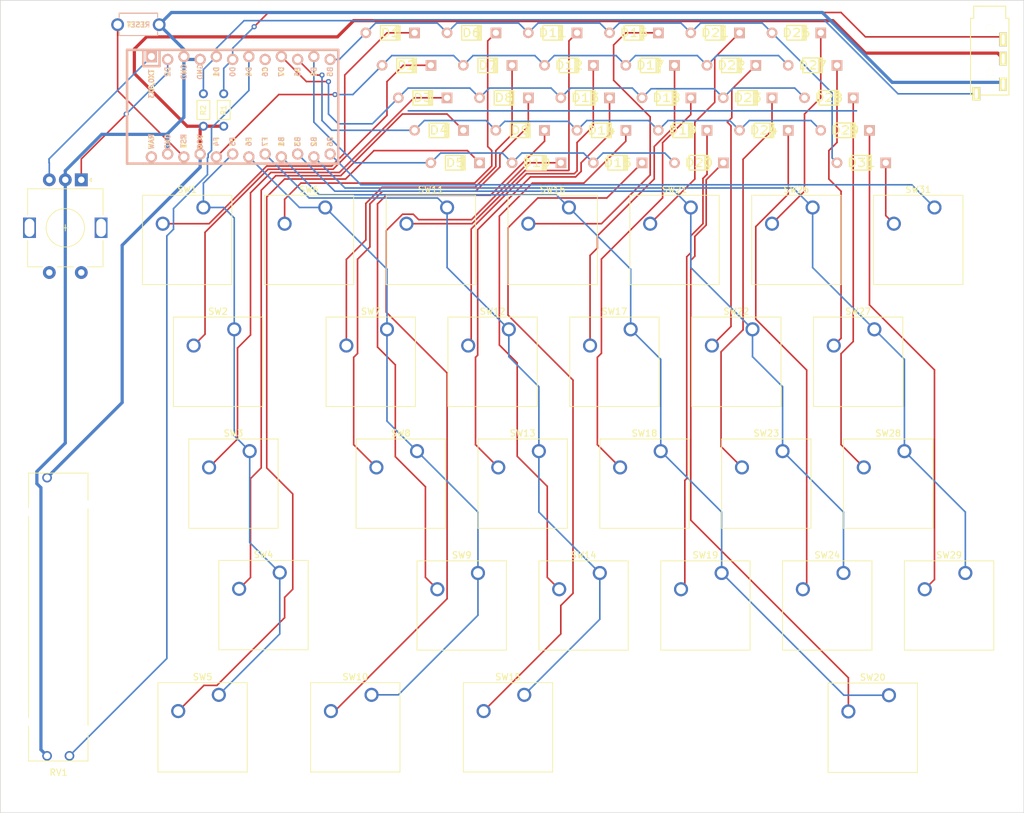
<source format=kicad_pcb>
(kicad_pcb (version 20221018) (generator pcbnew)
  (layers (0 "F.Cu" signal) (31 "B.Cu" signal) (34 "B.Paste" user) (35 "F.Paste" user) (36 "B.SilkS" user "B.Silkscreen") (37 "F.SilkS" user "F.Silkscreen") (38 "B.Mask" user) (39 "F.Mask" user) (44 "Edge.Cuts" user))
  (net 0 "")
  (net 1 "GND")
  (net 2 "slidePot")
  (net 3 "SCL")
  (net 4 "SDA")
  (net 5 "reset")
  (net 6 "encA")
  (net 7 "encB")
  (net 8 "rowC")
  (net 9 "Net-(D3-A)")
  (net 10 "rowD")
  (net 11 "Net-(D4-A)")
  (net 12 "rowE")
  (net 13 "Net-(D5-A)")
  (net 14 "rowA")
  (net 15 "Net-(D6-A)")
  (net 16 "rowB")
  (net 17 "Net-(D7-A)")
  (net 18 "Net-(D8-A)")
  (net 19 "Net-(D9-A)")
  (net 20 "Net-(D10-A)")
  (net 21 "Net-(D11-A)")
  (net 22 "Net-(D12-A)")
  (net 23 "Net-(D13-A)")
  (net 24 "Net-(D14-A)")
  (net 25 "Net-(D15-A)")
  (net 26 "Net-(D16-A)")
  (net 27 "Net-(D17-A)")
  (net 28 "Net-(D18-A)")
  (net 29 "Net-(D19-A)")
  (net 30 "Net-(D20-A)")
  (net 31 "Net-(D21-A)")
  (net 32 "Net-(D22-A)")
  (net 33 "Net-(D23-A)")
  (net 34 "Net-(D24-A)")
  (net 35 "Net-(D26-A)")
  (net 36 "Net-(D27-A)")
  (net 37 "Net-(D28-A)")
  (net 38 "Net-(D29-A)")
  (net 39 "Net-(D31-A)")
  (net 40 "Net-(D1-A)")
  (net 41 "Net-(D2-A)")
  (net 43 "col7")
  (net 44 "col6")
  (net 45 "col5")
  (net 46 "col4")
  (net 47 "col3")
  (net 48 "col2")
  (net 49 "col1")
  (net 51 "VCC")
  (footprint "Library:Diode" (layer "F.Cu") (at 170.434 45.085)
    (fp_text reference "D23")
    (fp_text value "D_Small" hide)
  )
  (footprint "Button_Switch_Keyboard:SW_Cherry_MX_1.00u_PCB" (layer "F.Cu") (at 161.544 62.23)
    (fp_text reference "SW21")
    (fp_text value "KEYSW")
  )
  (footprint "Button_Switch_Keyboard:SW_Cherry_MX_1.25u_PCB" (layer "F.Cu") (at 111.633 138.43)
    (fp_text reference "SW10")
    (fp_text value "KEYSW")
  )
  (footprint "Library:Diode" (layer "F.Cu") (at 183.134 45.085)
    (fp_text reference "D28")
    (fp_text value "D_Small" hide)
  )
  (footprint "Library:Diode" (layer "F.Cu") (at 129.794 40.005)
    (fp_text reference "D7")
    (fp_text value "D_Small" hide)
  )
  (footprint "Library:Diode" (layer "F.Cu") (at 155.194 40.005)
    (fp_text reference "D17")
    (fp_text value "D_Small" hide)
  )
  (footprint "Button_Switch_Keyboard:SW_Cherry_MX_1.00u_PCB" (layer "F.Cu") (at 190.246 81.28)
    (fp_text reference "SW27")
    (fp_text value "KEYSW")
  )
  (footprint "Library:Diode" (layer "F.Cu") (at 167.894 40.005)
    (fp_text reference "D22")
    (fp_text value "D_Small" hide)
  )
  (footprint "Library:Diode" (layer "F.Cu") (at 185.674 50.165)
    (fp_text reference "D29")
    (fp_text value "D_Small" hide)
  )
  (footprint "Button_Switch_Keyboard:SW_Cherry_MX_1.00u_PCB" (layer "F.Cu") (at 137.795 100.33)
    (fp_text reference "SW13")
    (fp_text value "KEYSW")
  )
  (footprint "Library:Diode" (layer "F.Cu") (at 157.734 45.085)
    (fp_text reference "D18")
    (fp_text value "D_Small" hide)
  )
  (footprint "Button_Switch_Keyboard:SW_Cherry_MX_1.00u_PCB" (layer "F.Cu") (at 166.37 119.38)
    (fp_text reference "SW19")
    (fp_text value "KEYSW")
  )
  (footprint "Button_Switch_Keyboard:SW_Cherry_MX_1.00u_PCB" (layer "F.Cu") (at 142.494 62.23)
    (fp_text reference "SW16")
    (fp_text value "KEYSW")
  )
  (footprint "Library:Diode" (layer "F.Cu") (at 132.334 45.085)
    (fp_text reference "D8")
    (fp_text value "D_Small" hide)
  )
  (footprint "Button_Switch_Keyboard:SW_Cherry_MX_1.00u_PCB" (layer "F.Cu") (at 185.42 119.38)
    (fp_text reference "SW24")
    (fp_text value "KEYSW")
  )
  (footprint "Button_Switch_Keyboard:SW_Cherry_MX_1.00u_PCB" (layer "F.Cu") (at 171.196 81.28)
    (fp_text reference "SW22")
    (fp_text value "KEYSW")
  )
  (footprint "Button_Switch_Keyboard:SW_Cherry_MX_2.25u_PCB" (layer "F.Cu") (at 192.532 138.491)
    (fp_text reference "SW20")
    (fp_text value "KEYSW")
  )
  (footprint "Button_Switch_Keyboard:SW_Cherry_MX_1.00u_PCB" (layer "F.Cu") (at 199.644 62.23)
    (fp_text reference "SW31")
    (fp_text value "KEYSW")
  )
  (footprint "Button_Switch_Keyboard:SW_Cherry_MX_1.00u_PCB" (layer "F.Cu") (at 133.096 81.28)
    (fp_text reference "SW12")
    (fp_text value "KEYSW")
  )
  (footprint "Library:Diode" (layer "F.Cu") (at 145.034 45.085)
    (fp_text reference "D13")
    (fp_text value "D_Small" hide)
  )
  (footprint "Button_Switch_Keyboard:SW_Cherry_MX_1.50u_PCB" (layer "F.Cu") (at 90.17 81.28)
    (fp_text reference "SW2")
    (fp_text value "KEYSW")
  )
  (footprint "Button_Switch_Keyboard:SW_Cherry_MX_1.00u_PCB" (layer "F.Cu") (at 118.745 100.33)
    (fp_text reference "SW8")
    (fp_text value "KEYSW")
  )
  (footprint "Library:TACT_SWITCH_TVBP06" (layer "F.Cu") (at 75.184 33.655)
    (fp_text reference "SW_A1" hide)
    (fp_text value "SW_PUSH" hide)
  )
  (footprint "Library:Diode" (layer "F.Cu") (at 134.874 50.165)
    (fp_text reference "D9")
    (fp_text value "D_Small" hide)
  )
  (footprint "Library:Diode" (layer "F.Cu") (at 127.254 34.925)
    (fp_text reference "D6")
    (fp_text value "D_Small" hide)
  )
  (footprint "Library:Diode" (layer "F.Cu") (at 150.114 55.245)
    (fp_text reference "D15")
    (fp_text value "D_Small" hide)
  )
  (footprint "Library:RESISTOR" (layer "F.Cu") (at 88.519 46.99 90)
    (fp_text reference "R1")
    (fp_text value "4.7k" hide)
  )
  (footprint "Library:RotaryEncoder_EC11" (layer "F.Cu") (at 63.754 65.405 -90)
    (fp_text reference "ROT1")
    (fp_text value "RotaryEncoder")
  )
  (footprint "Button_Switch_Keyboard:SW_Cherry_MX_1.25u_PCB" (layer "F.Cu") (at 135.509 138.43)
    (fp_text reference "SW15")
    (fp_text value "KEYSW")
  )
  (footprint "Library:Diode" (layer "F.Cu") (at 122.174 50.165)
    (fp_text reference "D4")
    (fp_text value "D_Small" hide)
  )
  (footprint "Library:RESISTOR" (layer "F.Cu") (at 85.344 46.99 90)
    (fp_text reference "R2")
    (fp_text value "4.7k" hide)
  )
  (footprint "Button_Switch_Keyboard:SW_Cherry_MX_1.00u_PCB" (layer "F.Cu") (at 147.32 119.38)
    (fp_text reference "SW14")
    (fp_text value "KEYSW")
  )
  (footprint "Button_Switch_Keyboard:SW_Cherry_MX_2.25u_PCB" (layer "F.Cu") (at 97.282 119.314)
    (fp_text reference "SW4")
    (fp_text value "KEYSW")
  )
  (footprint "Button_Switch_Keyboard:SW_Cherry_MX_1.00u_PCB" (layer "F.Cu") (at 85.344 62.23)
    (fp_text reference "SW1")
    (fp_text value "KEYSW")
  )
  (footprint "Button_Switch_Keyboard:SW_Cherry_MX_1.00u_PCB" (layer "F.Cu") (at 128.27 119.38)
    (fp_text reference "SW9")
    (fp_text value "KEYSW")
  )
  (footprint "Button_Switch_Keyboard:SW_Cherry_MX_1.00u_PCB" (layer "F.Cu") (at 156.845 100.33)
    (fp_text reference "SW18")
    (fp_text value "KEYSW")
  )
  (footprint "Library:Diode" (layer "F.Cu") (at 142.494 40.005)
    (fp_text reference "D12")
    (fp_text value "D_Small" hide)
  )
  (footprint "Button_Switch_Keyboard:SW_Cherry_MX_1.00u_PCB" (layer "F.Cu") (at 194.945 100.33)
    (fp_text reference "SW28")
    (fp_text value "KEYSW")
  )
  (footprint "Library:Diode" (layer "F.Cu") (at 160.274 50.165)
    (fp_text reference "D19")
    (fp_text value "D_Small" hide)
  )
  (footprint "Library:Diode" (layer "F.Cu") (at 114.554 34.925)
    (fp_text reference "D1")
    (fp_text value "D_Small" hide)
  )
  (footprint "Button_Switch_Keyboard:SW_Cherry_MX_1.25u_PCB" (layer "F.Cu") (at 87.757 138.43)
    (fp_text reference "SW5")
    (fp_text value "KEYSW")
  )
  (footprint "Library:Diode" (layer "F.Cu") (at 172.974 50.165)
    (fp_text reference "D24")
    (fp_text value "D_Small" hide)
  )
  (footprint "Library:potentiometer_slider_45mm" (layer "F.Cu") (at 69.604 148.77 90)
    (fp_text reference "RV1")
    (fp_text value "R_Potentiometer")
  )
  (footprint "Library:Diode" (layer "F.Cu") (at 162.814 55.245)
    (fp_text reference "D20")
    (fp_text value "D_Small" hide)
  )
  (footprint "Library:Diode" (layer "F.Cu") (at 147.574 50.165)
    (fp_text reference "D14")
    (fp_text value "D_Small" hide)
  )
  (footprint "Library:TRRS" (layer "F.Cu") (at 208.28 32.6625)
    (fp_text reference "U2" hide)
    (fp_text value "TRRS" hide)
  )
  (footprint "Button_Switch_Keyboard:SW_Cherry_MX_1.00u_PCB" (layer "F.Cu") (at 152.146 81.28)
    (fp_text reference "SW17")
    (fp_text value "KEYSW")
  )
  (footprint "Library:Diode" (layer "F.Cu") (at 178.054 34.925)
    (fp_text reference "D26")
    (fp_text value "D_Small" hide)
  )
  (footprint "Library:Diode" (layer "F.Cu") (at 124.714 55.245)
    (fp_text reference "D5")
    (fp_text value "D_Small" hide)
  )
  (footprint "Button_Switch_Keyboard:SW_Cherry_MX_1.00u_PCB" (layer "F.Cu") (at 204.47 119.38)
    (fp_text reference "SW29")
    (fp_text value "KEYSW")
  )
  (footprint "Library:Diode" (layer "F.Cu") (at 117.094 40.005)
    (fp_text reference "D2")
    (fp_text value "D_Small" hide)
  )
  (footprint "Library:Diode" (layer "F.Cu") (at 165.354 34.925)
    (fp_text reference "D21")
    (fp_text value "D_Small" hide)
  )
  (footprint "Button_Switch_Keyboard:SW_Cherry_MX_1.00u_PCB" (layer "F.Cu") (at 123.444 62.23)
    (fp_text reference "SW11")
    (fp_text value "KEYSW")
  )
  (footprint "Button_Switch_Keyboard:SW_Cherry_MX_1.00u_PCB" (layer "F.Cu") (at 114.046 81.28)
    (fp_text reference "SW7")
    (fp_text value "KEYSW")
  )
  (footprint "Library:Diode" (layer "F.Cu") (at 180.594 40.005)
    (fp_text reference "D27")
    (fp_text value "D_Small" hide)
  )
  (footprint "Button_Switch_Keyboard:SW_Cherry_MX_1.00u_PCB" (layer "F.Cu") (at 175.895 100.33)
    (fp_text reference "SW23")
    (fp_text value "KEYSW")
  )
  (footprint "Library:Diode" (layer "F.Cu") (at 188.214 55.245)
    (fp_text reference "D31")
    (fp_text value "D_Small" hide)
  )
  (footprint "Library:Diode" (layer "F.Cu") (at 137.414 55.245)
    (fp_text reference "D10")
    (fp_text value "D_Small" hide)
  )
  (footprint "Button_Switch_Keyboard:SW_Cherry_MX_1.75u_PCB" (layer "F.Cu") (at 92.583 100.33)
    (fp_text reference "SW3")
    (fp_text value "KEYSW")
  )
  (footprint "Library:Diode" (layer "F.Cu") (at 139.954 34.925)
    (fp_text reference "D11")
    (fp_text value "D_Small" hide)
  )
  (footprint "Library:Diode" (layer "F.Cu") (at 152.654 34.925)
    (fp_text reference "D16")
    (fp_text value "D_Small" hide)
  )
  (footprint "Library:Diode" (layer "F.Cu") (at 119.634 45.085)
    (fp_text reference "D3")
    (fp_text value "D_Small" hide)
  )
  (footprint "Button_Switch_Keyboard:SW_Cherry_MX_1.00u_PCB" (layer "F.Cu") (at 104.394 62.23)
    (fp_text reference "SW6")
    (fp_text value "KEYSW")
  )
  (footprint "Button_Switch_Keyboard:SW_Cherry_MX_1.00u_PCB" (layer "F.Cu") (at 180.594 62.23)
    (fp_text reference "SW26")
    (fp_text value "KEYSW")
  )
  (footprint "Keebio-Parts:ArduinoProMicro-ZigZag" (layer "B.Cu") (at 91.186 46.482)
    (fp_text reference "U1" hide)
    (fp_text value "ProMicro" hide)
  )
  (gr_line (start 53.594 29.845) (end 213.614 29.845) (stroke (width 0.1)) (layer "Edge.Cuts"))
  (gr_line (start 213.614 156.845) (end 53.594 156.845) (stroke (width 0.1)) (layer "Edge.Cuts"))
  (gr_line (start 213.614 29.845) (end 213.614 156.845) (stroke (width 0.1)) (layer "Edge.Cuts"))
  (gr_line (start 53.594 156.845) (end 53.594 29.845) (stroke (width 0.1)) (layer "Edge.Cuts"))
  (segment (start 82.296 37.517) (end 82.296 38.6334) (width 0.5) (layer "B.Cu") (net 1))
  (segment (start 79.756 50.8) (end 79.756 50.673) (width 0.5) (layer "B.Cu") (net 1))
  (segment (start 182.11854 31.75) (end 80.339 31.75) (width 0.5) (layer "B.Cu") (net 1))
  (segment (start 210.0895 42.672) (end 193.04054 42.672) (width 0.5) (layer "B.Cu") (net 1))
  (segment (start 79.756 50.673) (end 82.296 48.133) (width 0.5) (layer "B.Cu") (net 1))
  (segment (start 63.754 57.905) (end 63.754 99.06) (width 0.5) (layer "B.Cu") (net 1))
  (segment (start 82.296 48.133) (end 82.296 38.6334) (width 0.5) (layer "B.Cu") (net 1))
  (segment (start 79.756 53.8734) (end 79.756 50.8) (width 0.5) (layer "B.Cu") (net 1))
  (segment (start 193.04054 42.672) (end 182.11854 31.75) (width 0.5) (layer "B.Cu") (net 1))
  (segment (start 63.754 99.06) (end 59.309 103.505) (width 0.5) (layer "B.Cu") (net 1))
  (segment (start 80.339 31.75) (end 78.434 33.655) (width 0.5) (layer "B.Cu") (net 1))
  (segment (start 63.754 57.905) (end 63.754 56.490787) (width 0.5) (layer "B.Cu") (net 1))
  (segment (start 59.309 103.505) (end 59.309 105.41) (width 0.5) (layer "B.Cu") (net 1))
  (segment (start 210.38 42.9625) (end 210.0895 42.672) (width 0.5) (layer "B.Cu") (net 1))
  (segment (start 69.444787 50.8) (end 79.756 50.8) (width 0.5) (layer "B.Cu") (net 1))
  (segment (start 84.836 39.0906) (end 82.7532 39.0906) (width 0.5) (layer "B.Cu") (net 1))
  (segment (start 82.7532 39.0906) (end 82.296 38.6334) (width 0.5) (layer "B.Cu") (net 1))
  (segment (start 59.309 105.41) (end 59.944 106.045) (width 0.5) (layer "B.Cu") (net 1))
  (segment (start 59.944 106.045) (end 59.944 147.01) (width 0.5) (layer "B.Cu") (net 1))
  (segment (start 59.944 147.01) (end 60.904 147.97) (width 0.5) (layer "B.Cu") (net 1))
  (segment (start 78.434 33.655) (end 82.296 37.517) (width 0.5) (layer "B.Cu") (net 1))
  (segment (start 63.754 56.490787) (end 69.444787 50.8) (width 0.5) (layer "B.Cu") (net 1))
  (segment (start 85.979 54.505663) (end 85.979 57.097636) (width 0.25) (layer "B.Cu") (net 2))
  (segment (start 86.0913 53.840037) (end 86.0913 54.393363) (width 0.25) (layer "B.Cu") (net 2))
  (segment (start 80.669056 62.40758) (end 80.669056 65.634944) (width 0.25) (layer "B.Cu") (net 2))
  (segment (start 86.614 53.317337) (end 86.0913 53.840037) (width 0.25) (layer "B.Cu") (net 2))
  (segment (start 86.0913 54.393363) (end 85.979 54.505663) (width 0.25) (layer "B.Cu") (net 2))
  (segment (start 79.629 132.745) (end 64.404 147.97) (width 0.25) (layer "B.Cu") (net 2))
  (segment (start 92.456 38.6334) (end 92.456 43.941816) (width 0.25) (layer "B.Cu") (net 2))
  (segment (start 79.629 66.675) (end 79.629 132.745) (width 0.25) (layer "B.Cu") (net 2))
  (segment (start 86.614 49.783816) (end 86.614 53.317337) (width 0.25) (layer "B.Cu") (net 2))
  (segment (start 80.669056 65.634944) (end 79.629 66.675) (width 0.25) (layer "B.Cu") (net 2))
  (segment (start 92.456 43.941816) (end 86.614 49.783816) (width 0.25) (layer "B.Cu") (net 2))
  (segment (start 85.979 57.097636) (end 80.669056 62.40758) (width 0.25) (layer "B.Cu") (net 2))
  (segment (start 95.504 31.75) (end 185.039 31.75) (width 0.25) (layer "F.Cu") (net 3))
  (segment (start 93.2815 33.9725) (end 95.504 31.75) (width 0.25) (layer "F.Cu") (net 3))
  (segment (start 185.039 31.75) (end 188.849 35.56) (width 0.25) (layer "F.Cu") (net 3))
  (segment (start 188.849 35.56) (end 209.9775 35.56) (width 0.25) (layer "F.Cu") (net 3))
  (segment (start 209.9775 35.56) (end 210.38 35.9625) (width 0.25) (layer "F.Cu") (net 3))
  (via (at 93.2815 33.9725) (size 0.8) (drill 0.4) (layers "F.Cu" "B.Cu") (net 3))
  (segment (start 89.916 37.338) (end 89.916 39.0906) (width 0.25) (layer "B.Cu") (net 3))
  (segment (start 93.2815 33.9725) (end 89.916 37.338) (width 0.25) (layer "B.Cu") (net 3))
  (segment (start 88.519 40.4876) (end 89.916 39.0906) (width 0.25) (layer "B.Cu") (net 3))
  (segment (start 88.519 44.45) (end 88.519 40.4876) (width 0.25) (layer "B.Cu") (net 3))
  (segment (start 206.18 44.4625) (end 193.9415 44.4625) (width 0.25) (layer "B.Cu") (net 4))
  (segment (start 193.9415 44.4625) (end 182.376 32.897) (width 0.25) (layer "B.Cu") (net 4))
  (segment (start 112.059236 32.897) (end 111.936236 33.02) (width 0.25) (layer "B.Cu") (net 4))
  (segment (start 111.936236 33.02) (end 91.7067 33.02) (width 0.25) (layer "B.Cu") (net 4))
  (segment (start 87.376 37.3507) (end 87.376 38.6334) (width 0.25) (layer "B.Cu") (net 4))
  (segment (start 182.376 32.897) (end 112.059236 32.897) (width 0.25) (layer "B.Cu") (net 4))
  (segment (start 85.344 40.6654) (end 85.344 44.45) (width 0.25) (layer "B.Cu") (net 4))
  (segment (start 87.376 38.6334) (end 85.344 40.6654) (width 0.25) (layer "B.Cu") (net 4))
  (segment (start 91.7067 33.02) (end 87.376 37.3507) (width 0.25) (layer "B.Cu") (net 4))
  (segment (start 71.934 43.9686) (end 71.934 33.655) (width 0.25) (layer "F.Cu") (net 5))
  (segment (start 82.296 54.3306) (end 71.934 43.9686) (width 0.25) (layer "F.Cu") (net 5))
  (segment (start 61.214 55.245) (end 61.254 55.285) (width 0.25) (layer "B.Cu") (net 6))
  (segment (start 61.254 55.285) (end 61.254 57.905) (width 0.25) (layer "B.Cu") (net 6))
  (segment (start 77.216 38.6334) (end 61.214 54.6354) (width 0.25) (layer "B.Cu") (net 6))
  (segment (start 61.214 54.6354) (end 61.214 55.245) (width 0.25) (layer "B.Cu") (net 6))
  (segment (start 66.254 57.905) (end 66.254 54.65) (width 0.25) (layer "F.Cu") (net 7))
  (segment (start 66.254 54.65) (end 73.279 47.625) (width 0.25) (layer "F.Cu") (net 7))
  (via (at 73.279 47.625) (size 0.8) (drill 0.4) (layers "F.Cu" "B.Cu") (net 7))
  (segment (start 79.756 41.148) (end 73.279 47.625) (width 0.25) (layer "B.Cu") (net 7))
  (segment (start 79.756 39.0906) (end 79.756 41.148) (width 0.25) (layer "B.Cu") (net 7))
  (segment (start 103.886 41.529) (end 102.5144 41.529) (width 0.25) (layer "F.Cu") (net 8))
  (segment (start 102.5144 41.529) (end 100.076 39.0906) (width 0.25) (layer "F.Cu") (net 8))
  (via (at 103.886 41.529) (size 0.8) (drill 0.4) (layers "F.Cu" "B.Cu") (net 8))
  (segment (start 129.54 48.641) (end 131.064 50.165) (width 0.25) (layer "B.Cu") (net 8))
  (segment (start 118.364 50.165) (end 105.41 50.165) (width 0.25) (layer "B.Cu") (net 8))
  (segment (start 105.41 50.165) (end 103.886 48.641) (width 0.25) (layer "B.Cu") (net 8))
  (segment (start 131.064 50.165) (end 132.461 48.768) (width 0.25) (layer "B.Cu") (net 8))
  (segment (start 103.886 48.641) (end 103.886 41.529) (width 0.25) (layer "B.Cu") (net 8))
  (segment (start 180.34 48.641) (end 170.688 48.641) (width 0.25) (layer "B.Cu") (net 8))
  (segment (start 154.94 48.641) (end 156.464 50.165) (width 0.25) (layer "B.Cu") (net 8))
  (segment (start 118.364 50.165) (end 119.888 48.641) (width 0.25) (layer "B.Cu") (net 8))
  (segment (start 157.988 48.641) (end 167.64 48.641) (width 0.25) (layer "B.Cu") (net 8))
  (segment (start 142.367 48.768) (end 143.764 50.165) (width 0.25) (layer "B.Cu") (net 8))
  (segment (start 167.64 48.641) (end 169.164 50.165) (width 0.25) (layer "B.Cu") (net 8))
  (segment (start 145.288 48.641) (end 154.94 48.641) (width 0.25) (layer "B.Cu") (net 8))
  (segment (start 119.888 48.641) (end 129.54 48.641) (width 0.25) (layer "B.Cu") (net 8))
  (segment (start 132.461 48.768) (end 142.367 48.768) (width 0.25) (layer "B.Cu") (net 8))
  (segment (start 143.764 50.165) (end 145.288 48.641) (width 0.25) (layer "B.Cu") (net 8))
  (segment (start 170.688 48.641) (end 169.164 50.165) (width 0.25) (layer "B.Cu") (net 8))
  (segment (start 156.464 50.165) (end 157.988 48.641) (width 0.25) (layer "B.Cu") (net 8))
  (segment (start 181.864 50.165) (end 180.34 48.641) (width 0.25) (layer "B.Cu") (net 8))
  (segment (start 90.678 98.425) (end 86.233 102.87) (width 0.25) (layer "F.Cu") (net 9))
  (segment (start 118.286236 45.085) (end 106.610236 56.761) (width 0.25) (layer "F.Cu") (net 9))
  (segment (start 92.71 82.169) (end 90.678 84.201) (width 0.25) (layer "F.Cu") (net 9))
  (segment (start 90.678 84.201) (end 90.678 98.425) (width 0.25) (layer "F.Cu") (net 9))
  (segment (start 92.71 59.944) (end 92.71 82.169) (width 0.25) (layer "F.Cu") (net 9))
  (segment (start 106.610236 56.761) (end 95.893 56.761) (width 0.25) (layer "F.Cu") (net 9))
  (segment (start 123.444 45.085) (end 118.286236 45.085) (width 0.25) (layer "F.Cu") (net 9))
  (segment (start 95.893 56.761) (end 92.71 59.944) (width 0.25) (layer "F.Cu") (net 9))
  (segment (start 102.616 38.6334) (end 102.616 48.895) (width 0.25) (layer "B.Cu") (net 10))
  (segment (start 120.904 55.245) (end 122.428 53.721) (width 0.25) (layer "B.Cu") (net 10))
  (segment (start 147.828 53.721) (end 157.48 53.721) (width 0.25) (layer "B.Cu") (net 10))
  (segment (start 132.08 53.721) (end 133.604 55.245) (width 0.25) (layer "B.Cu") (net 10))
  (segment (start 108.966 55.245) (end 120.904 55.245) (width 0.25) (layer "B.Cu") (net 10))
  (segment (start 133.604 55.245) (end 135.128 53.721) (width 0.25) (layer "B.Cu") (net 10))
  (segment (start 122.428 53.721) (end 132.08 53.721) (width 0.25) (layer "B.Cu") (net 10))
  (segment (start 144.78 53.721) (end 146.304 55.245) (width 0.25) (layer "B.Cu") (net 10))
  (segment (start 146.304 55.245) (end 147.828 53.721) (width 0.25) (layer "B.Cu") (net 10))
  (segment (start 157.48 53.721) (end 159.004 55.245) (width 0.25) (layer "B.Cu") (net 10))
  (segment (start 102.616 48.895) (end 108.966 55.245) (width 0.25) (layer "B.Cu") (net 10))
  (segment (start 135.128 53.721) (end 144.78 53.721) (width 0.25) (layer "B.Cu") (net 10))
  (segment (start 94.385 59.539) (end 94.385 102.939588) (width 0.25) (layer "F.Cu") (net 11))
  (segment (start 123.444 47.625) (end 116.459 47.625) (width 0.25) (layer "F.Cu") (net 11))
  (segment (start 92.71 104.614588) (end 92.71 120.076) (width 0.25) (layer "F.Cu") (net 11))
  (segment (start 116.459 47.625) (end 106.819 57.265) (width 0.25) (layer "F.Cu") (net 11))
  (segment (start 106.819 57.265) (end 96.659 57.265) (width 0.25) (layer "F.Cu") (net 11))
  (segment (start 94.385 102.939588) (end 92.71 104.614588) (width 0.25) (layer "F.Cu") (net 11))
  (segment (start 125.984 50.165) (end 123.444 47.625) (width 0.25) (layer "F.Cu") (net 11))
  (segment (start 96.659 57.265) (end 94.385 59.539) (width 0.25) (layer "F.Cu") (net 11))
  (segment (start 92.71 120.076) (end 90.932 121.854) (width 0.25) (layer "F.Cu") (net 11))
  (segment (start 112.268 33.401) (end 121.92 33.401) (width 0.25) (layer "B.Cu") (net 12))
  (segment (start 150.368 33.401) (end 160.02 33.401) (width 0.25) (layer "B.Cu") (net 12))
  (segment locked (start 117.3774 47.121) (end 187.456 47.121) (width 0.25) (layer "B.Cu") (net 12))
  (segment (start 163.068 33.401) (end 161.544 34.925) (width 0.25) (layer "B.Cu") (net 12))
  (segment (start 110.744 34.925) (end 112.268 33.401) (width 0.25) (layer "B.Cu") (net 12))
  (segment (start 124.968 33.401) (end 134.62 33.401) (width 0.25) (layer "B.Cu") (net 12))
  (segment (start 183.642 44.323) (end 183.642 54.483) (width 0.25) (layer "B.Cu") (net 12))
  (segment (start 160.02 33.401) (end 161.544 34.925) (width 0.25) (layer "B.Cu") (net 12))
  (segment (start 123.444 34.925) (end 124.968 33.401) (width 0.25) (layer "B.Cu") (net 12))
  (segment (start 106.5784 39.0906) (end 105.156 39.0906) (width 0.25) (layer "B.Cu") (net 12))
  (segment (start 172.72 33.401) (end 163.068 33.401) (width 0.25) (layer "B.Cu") (net 12))
  (segment (start 148.844 34.925) (end 147.32 33.401) (width 0.25) (layer "B.Cu") (net 12))
  (segment (start 134.62 33.401) (end 136.144 34.925) (width 0.25) (layer "B.Cu") (net 12))
  (segment (start 121.92 33.401) (end 123.444 34.925) (width 0.25) (layer "B.Cu") (net 12))
  (segment (start 147.32 33.401) (end 137.668 33.401) (width 0.25) (layer "B.Cu") (net 12))
  (segment (start 137.668 33.401) (end 136.144 34.925) (width 0.25) (layer "B.Cu") (net 12))
  (segment (start 174.244 34.925) (end 183.642 44.323) (width 0.25) (layer "B.Cu") (net 12))
  (segment (start 110.744 34.925) (end 106.5784 39.0906) (width 0.25) (layer "B.Cu") (net 12))
  (segment (start 174.244 34.925) (end 172.72 33.401) (width 0.25) (layer "B.Cu") (net 12))
  (segment (start 148.844 34.925) (end 150.368 33.401) (width 0.25) (layer "B.Cu") (net 12))
  (segment (start 183.642 54.483) (end 184.404 55.245) (width 0.25) (layer "B.Cu") (net 12))
  (segment (start 126.619 53.34) (end 112.014 53.34) (width 0.25) (layer "F.Cu") (net 13))
  (segment (start 99.314 121.92) (end 98.044 123.19) (width 0.25) (layer "F.Cu") (net 13))
  (segment (start 95.246279 60.582721) (end 95.246279 102.951211) (width 0.25) (layer "F.Cu") (net 13))
  (segment (start 98.044 123.19) (end 98.044 126.365) (width 0.25) (layer "F.Cu") (net 13))
  (segment (start 87.458 136.951) (end 85.426 136.951) (width 0.25) (layer "F.Cu") (net 13))
  (segment (start 95.246279 102.951211) (end 99.314 107.018932) (width 0.25) (layer "F.Cu") (net 13))
  (segment (start 98.044 126.365) (end 87.458 136.951) (width 0.25) (layer "F.Cu") (net 13))
  (segment (start 99.314 107.018932) (end 99.314 121.92) (width 0.25) (layer "F.Cu") (net 13))
  (segment (start 85.426 136.951) (end 81.407 140.97) (width 0.25) (layer "F.Cu") (net 13))
  (segment (start 107.569 57.785) (end 98.044 57.785) (width 0.25) (layer "F.Cu") (net 13))
  (segment (start 112.014 53.34) (end 107.569 57.785) (width 0.25) (layer "F.Cu") (net 13))
  (segment (start 128.524 55.245) (end 126.619 53.34) (width 0.25) (layer "F.Cu") (net 13))
  (segment (start 98.044 57.785) (end 95.246279 60.582721) (width 0.25) (layer "F.Cu") (net 13))
  (segment (start 97.1296 44.577) (end 87.376 54.3306) (width 0.25) (layer "F.Cu") (net 14))
  (segment (start 105.918 44.577) (end 97.1296 44.577) (width 0.25) (layer "F.Cu") (net 14))
  (via (at 105.918 44.577) (size 0.8) (drill 0.4) (layers "F.Cu" "B.Cu") (net 14))
  (segment (start 108.712 44.577) (end 105.918 44.577) (width 0.25) (layer "B.Cu") (net 14))
  (segment (start 124.46 38.481) (end 125.984 40.005) (width 0.25) (layer "B.Cu") (net 14))
  (segment (start 164.084 40.005) (end 162.56 38.481) (width 0.25) (layer "B.Cu") (net 14))
  (segment (start 165.608 38.481) (end 175.26 38.481) (width 0.25) (layer "B.Cu") (net 14))
  (segment (start 113.284 40.005) (end 114.808 38.481) (width 0.25) (layer "B.Cu") (net 14))
  (segment (start 125.984 40.005) (end 127.508 38.481) (width 0.25) (layer "B.Cu") (net 14))
  (segment (start 113.284 40.005) (end 108.712 44.577) (width 0.25) (layer "B.Cu") (net 14))
  (segment (start 175.26 38.481) (end 176.784 40.005) (width 0.25) (layer "B.Cu") (net 14))
  (segment (start 149.86 38.481) (end 140.208 38.481) (width 0.25) (layer "B.Cu") (net 14))
  (segment (start 127.508 38.481) (end 137.16 38.481) (width 0.25) (layer "B.Cu") (net 14))
  (segment (start 114.808 38.481) (end 124.46 38.481) (width 0.25) (layer "B.Cu") (net 14))
  (segment (start 162.56 38.481) (end 152.908 38.481) (width 0.25) (layer "B.Cu") (net 14))
  (segment (start 152.908 38.481) (end 151.384 40.005) (width 0.25) (layer "B.Cu") (net 14))
  (segment (start 137.16 38.481) (end 138.684 40.005) (width 0.25) (layer "B.Cu") (net 14))
  (segment (start 151.384 40.005) (end 149.86 38.481) (width 0.25) (layer "B.Cu") (net 14))
  (segment (start 164.084 40.005) (end 165.608 38.481) (width 0.25) (layer "B.Cu") (net 14))
  (segment (start 140.208 38.481) (end 138.684 40.005) (width 0.25) (layer "B.Cu") (net 14))
  (segment (start 100.584 58.42) (end 98.044 60.96) (width 0.25) (layer "F.Cu") (net 15))
  (segment (start 98.044 60.96) (end 98.044 64.77) (width 0.25) (layer "F.Cu") (net 15))
  (segment (start 130.429 53.34) (end 130.429 55.749) (width 0.25) (layer "F.Cu") (net 15))
  (segment (start 130.429 55.749) (end 127.758 58.42) (width 0.25) (layer "F.Cu") (net 15))
  (segment (start 127.758 58.42) (end 100.584 58.42) (width 0.25) (layer "F.Cu") (net 15))
  (segment (start 129.794 36.195) (end 129.794 52.705) (width 0.25) (layer "F.Cu") (net 15))
  (segment (start 131.064 34.925) (end 129.794 36.195) (width 0.25) (layer "F.Cu") (net 15))
  (segment (start 129.794 52.705) (end 130.429 53.34) (width 0.25) (layer "F.Cu") (net 15))
  (segment (start 104.902 42.545) (end 101.4476 42.545) (width 0.25) (layer "F.Cu") (net 16))
  (segment (start 101.4476 42.545) (end 97.536 38.6334) (width 0.25) (layer "F.Cu") (net 16))
  (via (at 104.902 42.545) (size 0.8) (drill 0.4) (layers "F.Cu" "B.Cu") (net 16))
  (segment (start 104.902 47.625) (end 104.902 42.545) (width 0.25) (layer "B.Cu") (net 16))
  (segment (start 153.924 45.085) (end 152.4 43.561) (width 0.25) (layer "B.Cu") (net 16))
  (segment (start 111.76 49.149) (end 106.426 49.149) (width 0.25) (layer "B.Cu") (net 16))
  (segment (start 141.224 45.085) (end 139.7 43.561) (width 0.25) (layer "B.Cu") (net 16))
  (segment (start 177.8 43.561) (end 168.148 43.561) (width 0.25) (layer "B.Cu") (net 16))
  (segment (start 165.203742 43.664742) (end 155.344258 43.664742) (width 0.25) (layer "B.Cu") (net 16))
  (segment (start 130.048 43.561) (end 128.524 45.085) (width 0.25) (layer "B.Cu") (net 16))
  (segment (start 142.748 43.561) (end 141.224 45.085) (width 0.25) (layer "B.Cu") (net 16))
  (segment (start 168.148 43.561) (end 166.624 45.085) (width 0.25) (layer "B.Cu") (net 16))
  (segment (start 127 43.561) (end 117.348 43.561) (width 0.25) (layer "B.Cu") (net 16))
  (segment (start 128.524 45.085) (end 127 43.561) (width 0.25) (layer "B.Cu") (net 16))
  (segment (start 139.7 43.561) (end 130.048 43.561) (width 0.25) (layer "B.Cu") (net 16))
  (segment (start 155.344258 43.664742) (end 153.924 45.085) (width 0.25) (layer "B.Cu") (net 16))
  (segment (start 152.4 43.561) (end 142.748 43.561) (width 0.25) (layer "B.Cu") (net 16))
  (segment (start 115.824 45.085) (end 111.76 49.149) (width 0.25) (layer "B.Cu") (net 16))
  (segment (start 106.426 49.149) (end 104.902 47.625) (width 0.25) (layer "B.Cu") (net 16))
  (segment (start 179.324 45.085) (end 177.8 43.561) (width 0.25) (layer "B.Cu") (net 16))
  (segment (start 166.624 45.085) (end 165.203742 43.664742) (width 0.25) (layer "B.Cu") (net 16))
  (segment (start 117.348 43.561) (end 115.824 45.085) (width 0.25) (layer "B.Cu") (net 16))
  (segment (start 131.064 55.826764) (end 127.835764 59.055) (width 0.25) (layer "F.Cu") (net 17))
  (segment (start 110.744 67.31) (end 107.696 70.358) (width 0.25) (layer "F.Cu") (net 17))
  (segment (start 133.604 40.005) (end 133.604 50.8) (width 0.25) (layer "F.Cu") (net 17))
  (segment (start 113.284 59.055) (end 110.744 61.595) (width 0.25) (layer "F.Cu") (net 17))
  (segment (start 131.064 53.34) (end 131.064 55.826764) (width 0.25) (layer "F.Cu") (net 17))
  (segment (start 133.604 50.8) (end 131.064 53.34) (width 0.25) (layer "F.Cu") (net 17))
  (segment (start 127.835764 59.055) (end 113.284 59.055) (width 0.25) (layer "F.Cu") (net 17))
  (segment (start 107.696 70.358) (end 107.696 83.82) (width 0.25) (layer "F.Cu") (net 17))
  (segment (start 110.744 61.595) (end 110.744 67.31) (width 0.25) (layer "F.Cu") (net 17))
  (segment (start 136.144 49.53) (end 131.699 53.975) (width 0.25) (layer "F.Cu") (net 18))
  (segment (start 109.442793 85.058793) (end 108.839 85.662586) (width 0.25) (layer "F.Cu") (net 18))
  (segment (start 111.379 68.393378) (end 109.442793 70.329585) (width 0.25) (layer "F.Cu") (net 18))
  (segment (start 108.839 99.314) (end 112.395 102.87) (width 0.25) (layer "F.Cu") (net 18))
  (segment (start 136.144 45.085) (end 136.144 49.53) (width 0.25) (layer "F.Cu") (net 18))
  (segment (start 113.361764 59.69) (end 111.379 61.672764) (width 0.25) (layer "F.Cu") (net 18))
  (segment (start 109.442793 70.329585) (end 109.442793 85.058793) (width 0.25) (layer "F.Cu") (net 18))
  (segment (start 127.913528 59.69) (end 113.361764 59.69) (width 0.25) (layer "F.Cu") (net 18))
  (segment (start 111.379 61.672764) (end 111.379 68.393378) (width 0.25) (layer "F.Cu") (net 18))
  (segment (start 108.839 85.662586) (end 108.839 99.314) (width 0.25) (layer "F.Cu") (net 18))
  (segment (start 131.699 55.904528) (end 127.913528 59.69) (width 0.25) (layer "F.Cu") (net 18))
  (segment (start 131.699 53.975) (end 131.699 55.904528) (width 0.25) (layer "F.Cu") (net 18))
  (segment (start 113.919 60.325) (end 112.567 61.677) (width 0.25) (layer "F.Cu") (net 19))
  (segment (start 120.056 105.896586) (end 120.056 120.056) (width 0.25) (layer "F.Cu") (net 19))
  (segment (start 138.684 50.165) (end 138.684 51.868421) (width 0.25) (layer "F.Cu") (net 19))
  (segment (start 112.567 84.056586) (end 115.35 86.839586) (width 0.25) (layer "F.Cu") (net 19))
  (segment (start 115.35 86.839586) (end 115.35 101.190586) (width 0.25) (layer "F.Cu") (net 19))
  (segment (start 115.35 101.190586) (end 120.056 105.896586) (width 0.25) (layer "F.Cu") (net 19))
  (segment (start 138.684 51.868421) (end 130.227421 60.325) (width 0.25) (layer "F.Cu") (net 19))
  (segment (start 130.227421 60.325) (end 113.919 60.325) (width 0.25) (layer "F.Cu") (net 19))
  (segment (start 120.056 120.056) (end 121.92 121.92) (width 0.25) (layer "F.Cu") (net 19))
  (segment (start 112.567 61.677) (end 112.567 84.056586) (width 0.25) (layer "F.Cu") (net 19))
  (segment (start 123.444 88.108189) (end 123.444 123.404068) (width 0.25) (layer "F.Cu") (net 20))
  (segment (start 141.224 55.245) (end 136.144 55.245) (width 0.25) (layer "F.Cu") (net 20))
  (segment (start 105.878068 140.97) (end 105.283 140.97) (width 0.25) (layer "F.Cu") (net 20))
  (segment (start 127.254 64.135) (end 118.999 64.135) (width 0.25) (layer "F.Cu") (net 20))
  (segment (start 113.919 65.853378) (end 113.919 78.583189) (width 0.25) (layer "F.Cu") (net 20))
  (segment (start 118.999 64.135) (end 118.155 63.291) (width 0.25) (layer "F.Cu") (net 20))
  (segment (start 136.144 55.245) (end 127.254 64.135) (width 0.25) (layer "F.Cu") (net 20))
  (segment (start 123.444 123.404068) (end 105.878068 140.97) (width 0.25) (layer "F.Cu") (net 20))
  (segment (start 118.155 63.291) (end 116.481378 63.291) (width 0.25) (layer "F.Cu") (net 20))
  (segment (start 116.481378 63.291) (end 113.919 65.853378) (width 0.25) (layer "F.Cu") (net 20))
  (segment (start 113.919 78.583189) (end 123.444 88.108189) (width 0.25) (layer "F.Cu") (net 20))
  (segment (start 142.494 56.384) (end 142.494 36.195) (width 0.25) (layer "F.Cu") (net 21))
  (segment (start 142.4285 56.4495) (end 142.494 56.384) (width 0.25) (layer "F.Cu") (net 21))
  (segment (start 117.094 64.77) (end 127.331764 64.77) (width 0.25) (layer "F.Cu") (net 21))
  (segment (start 135.652264 56.4495) (end 142.4285 56.4495) (width 0.25) (layer "F.Cu") (net 21))
  (segment (start 127.331764 64.77) (end 135.652264 56.4495) (width 0.25) (layer "F.Cu") (net 21))
  (segment (start 142.494 36.195) (end 143.764 34.925) (width 0.25) (layer "F.Cu") (net 21))
  (segment (start 146.304 40.005) (end 146.304 49.53) (width 0.25) (layer "F.Cu") (net 22))
  (segment (start 127.213 83.353) (end 126.746 83.82) (width 0.25) (layer "F.Cu") (net 22))
  (segment (start 146.304 49.53) (end 143.764 52.07) (width 0.25) (layer "F.Cu") (net 22))
  (segment (start 143.3255 56.9535) (end 135.861028 56.9535) (width 0.25) (layer "F.Cu") (net 22))
  (segment (start 143.764 52.07) (end 143.764 56.515) (width 0.25) (layer "F.Cu") (net 22))
  (segment (start 135.861028 56.9535) (end 127.213 65.601528) (width 0.25) (layer "F.Cu") (net 22))
  (segment (start 127.213 65.601528) (end 127.213 83.353) (width 0.25) (layer "F.Cu") (net 22))
  (segment (start 143.764 56.515) (end 143.3255 56.9535) (width 0.25) (layer "F.Cu") (net 22))
  (segment (start 143.534264 57.4575) (end 136.4715 57.4575) (width 0.25) (layer "F.Cu") (net 23))
  (segment (start 148.844 45.085) (end 148.844 50.8) (width 0.25) (layer "F.Cu") (net 23))
  (segment (start 128.225 85.326586) (end 127.889 85.662586) (width 0.25) (layer "F.Cu") (net 23))
  (segment (start 127.889 85.662586) (end 127.889 99.314) (width 0.25) (layer "F.Cu") (net 23))
  (segment (start 127.889 99.314) (end 131.445 102.87) (width 0.25) (layer "F.Cu") (net 23))
  (segment (start 128.225 65.704) (end 128.225 85.326586) (width 0.25) (layer "F.Cu") (net 23))
  (segment (start 148.844 50.8) (end 144.399 55.245) (width 0.25) (layer "F.Cu") (net 23))
  (segment (start 144.399 56.592764) (end 143.534264 57.4575) (width 0.25) (layer "F.Cu") (net 23))
  (segment (start 144.399 55.245) (end 144.399 56.592764) (width 0.25) (layer "F.Cu") (net 23))
  (segment (start 136.4715 57.4575) (end 128.225 65.704) (width 0.25) (layer "F.Cu") (net 23))
  (segment (start 139.106 105.832) (end 139.106 120.056) (width 0.25) (layer "F.Cu") (net 24))
  (segment (start 131.617 63.582) (end 131.617 83.738) (width 0.25) (layer "F.Cu") (net 24))
  (segment (start 131.617 83.738) (end 134.407 86.528) (width 0.25) (layer "F.Cu") (net 24))
  (segment (start 144.832421 58.42) (end 136.779 58.42) (width 0.25) (layer "F.Cu") (net 24))
  (segment (start 136.779 58.42) (end 131.617 63.582) (width 0.25) (layer "F.Cu") (net 24))
  (segment (start 151.384 50.165) (end 151.384 51.868421) (width 0.25) (layer "F.Cu") (net 24))
  (segment (start 134.407 101.133) (end 139.106 105.832) (width 0.25) (layer "F.Cu") (net 24))
  (segment (start 151.384 51.868421) (end 144.832421 58.42) (width 0.25) (layer "F.Cu") (net 24))
  (segment (start 134.407 86.528) (end 134.407 101.133) (width 0.25) (layer "F.Cu") (net 24))
  (segment (start 139.106 120.056) (end 140.97 121.92) (width 0.25) (layer "F.Cu") (net 24))
  (segment (start 153.924 55.245) (end 148.418 60.751) (width 0.25) (layer "F.Cu") (net 25))
  (segment (start 141.224 124.46) (end 141.224 128.905) (width 0.25) (layer "F.Cu") (net 25))
  (segment (start 137.623 60.751) (end 132.969 65.405) (width 0.25) (layer "F.Cu") (net 25))
  (segment (start 148.418 60.751) (end 137.623 60.751) (width 0.25) (layer "F.Cu") (net 25))
  (segment (start 141.224 128.905) (end 129.159 140.97) (width 0.25) (layer "F.Cu") (net 25))
  (segment (start 132.969 79.061378) (end 143.129 89.221378) (width 0.25) (layer "F.Cu") (net 25))
  (segment (start 143.129 122.555) (end 141.224 124.46) (width 0.25) (layer "F.Cu") (net 25))
  (segment (start 143.129 89.221378) (end 143.129 122.555) (width 0.25) (layer "F.Cu") (net 25))
  (segment (start 132.969 65.405) (end 132.969 79.061378) (width 0.25) (layer "F.Cu") (net 25))
  (segment (start 149.479 42.343421) (end 149.479 36.83) (width 0.25) (layer "F.Cu") (net 26))
  (segment (start 151.384 34.925) (end 156.464 34.925) (width 0.25) (layer "F.Cu") (net 26))
  (segment (start 155.194 57.15) (end 155.194 48.058421) (width 0.25) (layer "F.Cu") (net 26))
  (segment (start 149.479 36.83) (end 151.384 34.925) (width 0.25) (layer "F.Cu") (net 26))
  (segment (start 155.194 48.058421) (end 149.479 42.343421) (width 0.25) (layer "F.Cu") (net 26))
  (segment (start 147.574 64.77) (end 155.194 57.15) (width 0.25) (layer "F.Cu") (net 26))
  (segment (start 136.144 64.77) (end 147.574 64.77) (width 0.25) (layer "F.Cu") (net 26))
  (segment (start 159.004 49.53) (end 155.829 52.705) (width 0.25) (layer "F.Cu") (net 27))
  (segment (start 145.796 69.723) (end 145.796 83.82) (width 0.25) (layer "F.Cu") (net 27))
  (segment (start 146.939 68.58) (end 145.796 69.723) (width 0.25) (layer "F.Cu") (net 27))
  (segment (start 155.829 57.785) (end 146.939 66.675) (width 0.25) (layer "F.Cu") (net 27))
  (segment (start 159.004 40.005) (end 159.004 49.53) (width 0.25) (layer "F.Cu") (net 27))
  (segment (start 146.939 66.675) (end 146.939 68.58) (width 0.25) (layer "F.Cu") (net 27))
  (segment (start 155.829 52.705) (end 155.829 57.785) (width 0.25) (layer "F.Cu") (net 27))
  (segment (start 146.939 99.314) (end 150.495 102.87) (width 0.25) (layer "F.Cu") (net 28))
  (segment (start 157.137882 52.108882) (end 157.137882 60.734496) (width 0.25) (layer "F.Cu") (net 28))
  (segment (start 161.544 45.085) (end 161.544 47.702764) (width 0.25) (layer "F.Cu") (net 28))
  (segment (start 157.137882 60.734496) (end 147.574 70.298378) (width 0.25) (layer "F.Cu") (net 28))
  (segment (start 147.574 85.027586) (end 146.939 85.662586) (width 0.25) (layer "F.Cu") (net 28))
  (segment (start 147.574 70.298378) (end 147.574 85.027586) (width 0.25) (layer "F.Cu") (net 28))
  (segment (start 146.939 85.662586) (end 146.939 99.314) (width 0.25) (layer "F.Cu") (net 28))
  (segment (start 161.544 47.702764) (end 157.137882 52.108882) (width 0.25) (layer "F.Cu") (net 28))
  (segment (start 160.909 69.944707) (end 160.909 104.605932) (width 0.25) (layer "F.Cu") (net 29))
  (segment (start 160.614 104.900932) (end 160.614 121.326) (width 0.25) (layer "F.Cu") (net 29))
  (segment (start 160.909 104.605932) (end 160.614 104.900932) (width 0.25) (layer "F.Cu") (net 29))
  (segment (start 161.544 69.309707) (end 160.909 69.944707) (width 0.25) (layer "F.Cu") (net 29))
  (segment (start 163.449 64.77) (end 161.544 66.675) (width 0.25) (layer "F.Cu") (net 29))
  (segment (start 163.449 57.691689) (end 163.449 64.77) (width 0.25) (layer "F.Cu") (net 29))
  (segment (start 164.084 57.056689) (end 163.449 57.691689) (width 0.25) (layer "F.Cu") (net 29))
  (segment (start 160.614 121.326) (end 160.02 121.92) (width 0.25) (layer "F.Cu") (net 29))
  (segment (start 161.544 66.675) (end 161.544 69.309707) (width 0.25) (layer "F.Cu") (net 29))
  (segment (start 164.084 50.165) (end 164.084 57.056689) (width 0.25) (layer "F.Cu") (net 29))
  (segment (start 163.953 57.916) (end 163.953 64.978764) (width 0.25) (layer "F.Cu") (net 30))
  (segment (start 166.624 55.245) (end 163.953 57.916) (width 0.25) (layer "F.Cu") (net 30))
  (segment (start 162.179 66.752764) (end 162.179 69.85) (width 0.25) (layer "F.Cu") (net 30))
  (segment (start 161.544 111.125) (end 186.182 135.763) (width 0.25) (layer "F.Cu") (net 30))
  (segment (start 163.953 64.978764) (end 162.179 66.752764) (width 0.25) (layer "F.Cu") (net 30))
  (segment (start 186.182 135.763) (end 186.182 141.031) (width 0.25) (layer "F.Cu") (net 30))
  (segment (start 161.544 70.485) (end 161.544 111.125) (width 0.25) (layer "F.Cu") (net 30))
  (segment (start 162.179 69.85) (end 161.544 70.485) (width 0.25) (layer "F.Cu") (net 30))
  (segment (start 162.179 57.785) (end 162.179 48.895) (width 0.25) (layer "F.Cu") (net 31))
  (segment (start 165.2885 45.7855) (end 165.2885 38.8005) (width 0.25) (layer "F.Cu") (net 31))
  (segment (start 162.179 48.895) (end 165.2885 45.7855) (width 0.25) (layer "F.Cu") (net 31))
  (segment (start 155.194 64.77) (end 162.179 57.785) (width 0.25) (layer "F.Cu") (net 31))
  (segment (start 165.2885 38.8005) (end 169.164 34.925) (width 0.25) (layer "F.Cu") (net 31))
  (segment (start 167.9595 43.7495) (end 167.9595 48.1945) (width 0.25) (layer "F.Cu") (net 32))
  (segment (start 167.259 48.895) (end 167.8285 49.4645) (width 0.25) (layer "F.Cu") (net 32))
  (segment (start 167.8285 80.8375) (end 164.846 83.82) (width 0.25) (layer "F.Cu") (net 32))
  (segment (start 171.704 40.005) (end 167.9595 43.7495) (width 0.25) (layer "F.Cu") (net 32))
  (segment (start 167.8285 49.4645) (end 167.8285 80.8375) (width 0.25) (layer "F.Cu") (net 32))
  (segment (start 167.9595 48.1945) (end 167.259 48.895) (width 0.25) (layer "F.Cu") (net 32))
  (segment (start 174.244 50.165) (end 169.717 54.692) (width 0.25) (layer "F.Cu") (net 33))
  (segment (start 166.277 84.802) (end 166.277 99.602) (width 0.25) (layer "F.Cu") (net 33))
  (segment (start 174.244 45.085) (end 174.244 50.165) (width 0.25) (layer "F.Cu") (net 33))
  (segment (start 166.277 99.602) (end 169.545 102.87) (width 0.25) (layer "F.Cu") (net 33))
  (segment (start 169.717 54.692) (end 169.717 81.362) (width 0.25) (layer "F.Cu") (net 33))
  (segment (start 169.717 81.362) (end 166.277 84.802) (width 0.25) (layer "F.Cu") (net 33))
  (segment (start 171.704 65.218378) (end 171.704 79.696378) (width 0.25) (layer "F.Cu") (net 34))
  (segment (start 176.784 60.138378) (end 171.704 65.218378) (width 0.25) (layer "F.Cu") (net 34))
  (segment (start 176.784 50.165) (end 176.784 60.138378) (width 0.25) (layer "F.Cu") (net 34))
  (segment (start 179.664 121.326) (end 179.07 121.92) (width 0.25) (layer "F.Cu") (net 34))
  (segment (start 171.704 79.696378) (end 179.664 87.656378) (width 0.25) (layer "F.Cu") (net 34))
  (segment (start 179.664 87.656378) (end 179.664 121.326) (width 0.25) (layer "F.Cu") (net 34))
  (segment (start 179.324 47.625) (end 179.324 59.69) (width 0.25) (layer "F.Cu") (net 35))
  (segment (start 179.324 59.69) (end 174.244 64.77) (width 0.25) (layer "F.Cu") (net 35))
  (segment (start 181.864 45.085) (end 179.324 47.625) (width 0.25) (layer "F.Cu") (net 35))
  (segment (start 181.864 34.925) (end 181.864 45.085) (width 0.25) (layer "F.Cu") (net 35))
  (segment (start 185.039 82.677) (end 183.896 83.82) (width 0.25) (layer "F.Cu") (net 36))
  (segment (start 183.134 57.785) (end 185.039 59.69) (width 0.25) (layer "F.Cu") (net 36))
  (segment (start 184.404 52.07) (end 183.134 53.34) (width 0.25) (layer "F.Cu") (net 36))
  (segment (start 183.134 53.34) (end 183.134 57.785) (width 0.25) (layer "F.Cu") (net 36))
  (segment (start 185.039 59.69) (end 185.039 82.677) (width 0.25) (layer "F.Cu") (net 36))
  (segment (start 184.404 40.005) (end 184.404 52.07) (width 0.25) (layer "F.Cu") (net 36))
  (segment (start 186.944 45.085) (end 186.944 83.185) (width 0.25) (layer "F.Cu") (net 37))
  (segment (start 186.944 83.185) (end 185.039 85.09) (width 0.25) (layer "F.Cu") (net 37))
  (segment (start 185.039 99.314) (end 188.595 102.87) (width 0.25) (layer "F.Cu") (net 37))
  (segment (start 185.039 85.09) (end 185.039 99.314) (width 0.25) (layer "F.Cu") (net 37))
  (segment (start 189.484 50.165) (end 189.484 77.47) (width 0.25) (layer "F.Cu") (net 38))
  (segment (start 199.644 120.396) (end 198.12 121.92) (width 0.25) (layer "F.Cu") (net 38))
  (segment (start 189.484 77.47) (end 199.644 87.63) (width 0.25) (layer "F.Cu") (net 38))
  (segment (start 199.644 87.63) (end 199.644 120.396) (width 0.25) (layer "F.Cu") (net 38))
  (segment (start 192.024 55.245) (end 192.024 63.5) (width 0.25) (layer "F.Cu") (net 39))
  (segment (start 192.024 63.5) (end 193.294 64.77) (width 0.25) (layer "F.Cu") (net 39))
  (segment (start 114.046 34.925) (end 118.364 34.925) (width 0.25) (layer "F.Cu") (net 40))
  (segment (start 86.233 64.77) (end 95.25 55.753) (width 0.25) (layer "F.Cu") (net 40))
  (segment (start 107.442 41.529) (end 114.046 34.925) (width 0.25) (layer "F.Cu") (net 40))
  (segment (start 107.442 53.721) (end 107.442 41.529) (width 0.25) (layer "F.Cu") (net 40))
  (segment (start 105.41 55.753) (end 107.442 53.721) (width 0.25) (layer "F.Cu") (net 40))
  (segment (start 78.994 64.77) (end 86.233 64.77) (width 0.25) (layer "F.Cu") (net 40))
  (segment (start 95.25 55.753) (end 105.41 55.753) (width 0.25) (layer "F.Cu") (net 40))
  (segment (start 105.618764 56.257) (end 95.458764 56.257) (width 0.25) (layer "F.Cu") (net 41))
  (segment (start 114.046 42.545) (end 114.046 47.829764) (width 0.25) (layer "F.Cu") (net 41))
  (segment (start 95.458764 56.257) (end 85.598 66.117764) (width 0.25) (layer "F.Cu") (net 41))
  (segment (start 85.598 66.117764) (end 85.598 82.042) (width 0.25) (layer "F.Cu") (net 41))
  (segment (start 116.586 40.005) (end 114.046 42.545) (width 0.25) (layer "F.Cu") (net 41))
  (segment (start 120.904 40.005) (end 116.586 40.005) (width 0.25) (layer "F.Cu") (net 41))
  (segment (start 85.598 82.042) (end 83.82 83.82) (width 0.25) (layer "F.Cu") (net 41))
  (segment (start 114.046 47.829764) (end 105.618764 56.257) (width 0.25) (layer "F.Cu") (net 41))
  (segment (start 109.9646 58.682) (end 196.096 58.682) (width 0.25) (layer "B.Cu") (net 43))
  (segment (start 196.096 58.682) (end 199.644 62.23) (width 0.25) (layer "B.Cu") (net 43))
  (segment (start 105.156 53.8734) (end 109.9646 58.682) (width 0.25) (layer "B.Cu") (net 43))
  (segment (start 204.47 109.855) (end 194.945 100.33) (width 0.25) (layer "B.Cu") (net 44))
  (segment (start 194.945 85.979) (end 190.246 81.28) (width 0.25) (layer "B.Cu") (net 44))
  (segment (start 102.616 54.3306) (end 107.4714 59.186) (width 0.25) (layer "B.Cu") (net 44))
  (segment (start 204.47 119.38) (end 204.47 109.855) (width 0.25) (layer "B.Cu") (net 44))
  (segment (start 180.594 71.628) (end 190.246 81.28) (width 0.25) (layer "B.Cu") (net 44))
  (segment (start 194.945 100.33) (end 194.945 85.979) (width 0.25) (layer "B.Cu") (net 44))
  (segment (start 180.594 62.23) (end 180.594 71.628) (width 0.25) (layer "B.Cu") (net 44))
  (segment (start 177.55 59.186) (end 180.594 62.23) (width 0.25) (layer "B.Cu") (net 44))
  (segment (start 107.4714 59.186) (end 177.55 59.186) (width 0.25) (layer "B.Cu") (net 44))
  (segment (start 161.544 71.628) (end 171.196 81.28) (width 0.25) (layer "B.Cu") (net 45))
  (segment (start 175.895 90.257068) (end 175.895 100.33) (width 0.25) (layer "B.Cu") (net 45))
  (segment (start 171.196 81.28) (end 171.196 85.558068) (width 0.25) (layer "B.Cu") (net 45))
  (segment (start 171.196 85.558068) (end 175.895 90.257068) (width 0.25) (layer "B.Cu") (net 45))
  (segment (start 161.544 62.23) (end 161.544 71.628) (width 0.25) (layer "B.Cu") (net 45))
  (segment (start 159.004 59.69) (end 161.544 62.23) (width 0.25) (layer "B.Cu") (net 45))
  (segment (start 100.076 53.8734) (end 105.8926 59.69) (width 0.25) (layer "B.Cu") (net 45))
  (segment (start 185.42 119.38) (end 185.42 109.855) (width 0.25) (layer "B.Cu") (net 45))
  (segment (start 185.42 109.855) (end 175.895 100.33) (width 0.25) (layer "B.Cu") (net 45))
  (segment (start 105.8926 59.69) (end 159.004 59.69) (width 0.25) (layer "B.Cu") (net 45))
  (segment (start 140.511 60.247) (end 142.494 62.23) (width 0.25) (layer "B.Cu") (net 46))
  (segment (start 97.536 54.3306) (end 103.4524 60.247) (width 0.25) (layer "B.Cu") (net 46))
  (segment (start 152.146 71.882) (end 142.494 62.23) (width 0.25) (layer "B.Cu") (net 46))
  (segment (start 166.37 109.855) (end 156.845 100.33) (width 0.25) (layer "B.Cu") (net 46))
  (segment (start 192.532 138.491) (end 185.481 138.491) (width 0.25) (layer "B.Cu") (net 46))
  (segment (start 152.146 81.28) (end 152.146 71.882) (width 0.25) (layer "B.Cu") (net 46))
  (segment (start 156.845 100.33) (end 156.845 85.979) (width 0.25) (layer "B.Cu") (net 46))
  (segment (start 185.481 138.491) (end 166.37 119.38) (width 0.25) (layer "B.Cu") (net 46))
  (segment (start 156.845 85.979) (end 152.146 81.28) (width 0.25) (layer "B.Cu") (net 46))
  (segment (start 166.37 119.38) (end 166.37 109.855) (width 0.25) (layer "B.Cu") (net 46))
  (segment (start 103.4524 60.247) (end 140.511 60.247) (width 0.25) (layer "B.Cu") (net 46))
  (segment (start 121.965 60.751) (end 123.444 62.23) (width 0.25) (layer "B.Cu") (net 47))
  (segment (start 147.32 119.38) (end 147.32 126.619) (width 0.25) (layer "B.Cu") (net 47))
  (segment (start 133.096 85.558068) (end 137.795 90.257068) (width 0.25) (layer "B.Cu") (net 47))
  (segment (start 137.795 100.33) (end 137.795 109.855) (width 0.25) (layer "B.Cu") (net 47))
  (segment (start 101.8736 60.751) (end 121.965 60.751) (width 0.25) (layer "B.Cu") (net 47))
  (segment (start 123.444 71.628) (end 133.096 81.28) (width 0.25) (layer "B.Cu") (net 47))
  (segment (start 137.795 109.855) (end 147.32 119.38) (width 0.25) (layer "B.Cu") (net 47))
  (segment (start 123.444 62.23) (end 123.444 71.628) (width 0.25) (layer "B.Cu") (net 47))
  (segment (start 133.096 81.28) (end 133.096 85.558068) (width 0.25) (layer "B.Cu") (net 47))
  (segment (start 147.32 126.619) (end 135.509 138.43) (width 0.25) (layer "B.Cu") (net 47))
  (segment (start 94.996 53.8734) (end 101.8736 60.751) (width 0.25) (layer "B.Cu") (net 47))
  (segment (start 137.795 90.257068) (end 137.795 100.33) (width 0.25) (layer "B.Cu") (net 47))
  (segment (start 104.394 62.23) (end 100.3554 62.23) (width 0.25) (layer "B.Cu") (net 48))
  (segment (start 114.046 81.28) (end 114.046 95.631) (width 0.25) (layer "B.Cu") (net 48))
  (segment (start 114.046 81.28) (end 114.046 71.882) (width 0.25) (layer "B.Cu") (net 48))
  (segment (start 111.633 138.43) (end 115.824 138.43) (width 0.25) (layer "B.Cu") (net 48))
  (segment (start 128.27 119.38) (end 128.27 109.855) (width 0.25) (layer "B.Cu") (net 48))
  (segment (start 128.27 109.855) (end 118.745 100.33) (width 0.25) (layer "B.Cu") (net 48))
  (segment (start 114.046 95.631) (end 118.745 100.33) (width 0.25) (layer "B.Cu") (net 48))
  (segment (start 100.3554 62.23) (end 92.456 54.3306) (width 0.25) (layer "B.Cu") (net 48))
  (segment (start 114.046 71.882) (end 104.394 62.23) (width 0.25) (layer "B.Cu") (net 48))
  (segment (start 128.27 125.984) (end 128.27 119.38) (width 0.25) (layer "B.Cu") (net 48))
  (segment (start 115.824 138.43) (end 128.27 125.984) (width 0.25) (layer "B.Cu") (net 48))
  (segment (start 85.344 58.4454) (end 89.916 53.8734) (width 0.25) (layer "B.Cu") (net 49))
  (segment (start 92.583 114.615) (end 97.282 119.314) (width 0.25) (layer "B.Cu") (net 49))
  (segment (start 97.282 128.905) (end 87.757 138.43) (width 0.25) (layer "B.Cu") (net 49))
  (segment (start 85.344 62.23) (end 85.344 58.4454) (width 0.25) (layer "B.Cu") (net 49))
  (segment (start 90.17 63.881) (end 90.17 81.28) (width 0.25) (layer "B.Cu") (net 49))
  (segment (start 97.282 119.314) (end 97.282 128.905) (width 0.25) (layer "B.Cu") (net 49))
  (segment (start 92.583 100.33) (end 92.583 114.615) (width 0.25) (layer "B.Cu") (net 49))
  (segment (start 90.17 97.917) (end 92.583 100.33) (width 0.25) (layer "B.Cu") (net 49))
  (segment (start 90.17 81.28) (end 90.17 97.917) (width 0.25) (layer "B.Cu") (net 49))
  (segment (start 85.344 62.23) (end 88.519 62.23) (width 0.25) (layer "B.Cu") (net 49))
  (segment (start 88.519 62.23) (end 90.17 63.881) (width 0.25) (layer "B.Cu") (net 49))
  (segment (start 106.299 35.56) (end 108.839 33.02) (width 0.5) (layer "F.Cu") (net 51))
  (segment (start 183.769 33.02) (end 188.849 38.1) (width 0.5) (layer "F.Cu") (net 51))
  (segment (start 84.836 50.038) (end 85.344 49.53) (width 0.5) (layer "F.Cu") (net 51))
  (segment (start 74.549 37.465) (end 76.454 35.56) (width 0.5) (layer "F.Cu") (net 51))
  (segment (start 82.804 49.53) (end 74.549 41.275) (width 0.5) (layer "F.Cu") (net 51))
  (segment (start 74.549 41.275) (end 74.549 37.465) (width 0.5) (layer "F.Cu") (net 51))
  (segment (start 84.836 53.8734) (end 84.836 50.038) (width 0.5) (layer "F.Cu") (net 51))
  (segment (start 188.849 38.1) (end 209.5175 38.1) (width 0.5) (layer "F.Cu") (net 51))
  (segment (start 85.344 49.53) (end 82.804 49.53) (width 0.5) (layer "F.Cu") (net 51))
  (segment (start 76.454 35.56) (end 106.299 35.56) (width 0.5) (layer "F.Cu") (net 51))
  (segment (start 209.5175 38.1) (end 210.38 38.9625) (width 0.5) (layer "F.Cu") (net 51))
  (segment (start 88.519 49.53) (end 85.344 49.53) (width 0.5) (layer "F.Cu") (net 51))
  (segment (start 108.839 33.02) (end 183.769 33.02) (width 0.5) (layer "F.Cu") (net 51))
  (segment (start 72.644 92.73) (end 60.904 104.47) (width 0.5) (layer "B.Cu") (net 51))
  (segment (start 84.836 55.949978) (end 72.644 68.141978) (width 0.5) (layer "B.Cu") (net 51))
  (segment (start 84.836 53.8734) (end 84.836 55.949978) (width 0.5) (layer "B.Cu") (net 51))
  (segment (start 72.644 68.141978) (end 72.644 92.73) (width 0.5) (layer "B.Cu") (net 51))
)
</source>
